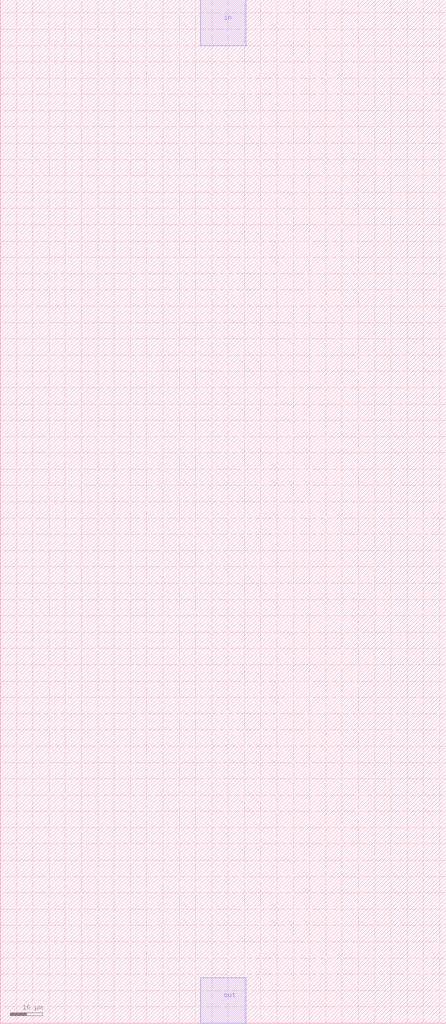
<source format=lef>
VERSION 5.7 ;
BUSBITCHARS "[]" ;
DIVIDERCHAR "/" ;

MACRO valve_20px_0
  CLASS CORE ;
  ORIGIN 0 0 ;
  FOREIGN valve_20px_0 0 0 ;
  SIZE 136 BY 80 ;
  SYMMETRY X Y ;
  SITE CoreSite ;
  PIN in_air
    DIRECTION INPUT ;
    USE SIGNAL ;
    PORT
      LAYER met3 ;
        RECT 10 16 18 24 ;
    END
  END in_air
  PIN out_air
    DIRECTION OUTPUT ;
    USE SIGNAL ;
    PORT
      LAYER met3 ;
        RECT 72 62 80 70 ;
    END
  END out_air
  PIN in_fluid
    DIRECTION INPUT ;
    USE SIGNAL ;
    PORT
      LAYER met1 ;
        RECT 65 17 71 23 ;
    END
  END in_fluid
  PIN out_fluid
    DIRECTION OUTPUT ;
    USE SIGNAL ;
    PORT
      LAYER met2 ;
        RECT 118 16 126 24 ;
    END
  END out_fluid
  PROPERTY CatenaDesignType "deviceLevel" ;
END valve_20px_0

MACRO pump_40px_0
  CLASS CORE ;
  ORIGIN 0 0 ;
  FOREIGN pump_40px_0 0 0 ;
  SIZE 80 BY 140 ;
  SYMMETRY X Y ;
  SITE CoreSite ;
  PIN in_air_valve1
    DIRECTION INPUT ;
    USE SIGNAL ;
    PORT
      LAYER met3 ;
        RECT 10 23 24 37 ;
    END
  END in_air_valve1
  PIN out_air_valve1
    DIRECTION OUTPUT ;
    USE SIGNAL ;
    PORT
      LAYER met3 ;
        RECT 56 23 70 37 ;
    END
  END out_air_valve1
  PIN in_air_dc
    DIRECTION INPUT ;
    USE SIGNAL ;
    PORT
      LAYER met3 ;
        RECT 10 63 24 77 ;
    END
  END in_air_dc
  PIN out_air_dc
    DIRECTION OUTPUT ;
    USE SIGNAL ;
    PORT
      LAYER met3 ;
        RECT 56 63 70 77 ;
    END
  END out_air_dc
  PIN in_air_valve2
    DIRECTION INPUT ;
    USE SIGNAL ;
    PORT
      LAYER met3 ;
        RECT 10 103 24 117 ;
    END
  END in_air_valve2
  PIN out_air_valve2
    DIRECTION OUTPUT ;
    USE SIGNAL ;
    PORT
      LAYER met3 ;
        RECT 56 103 70 117 ;
    END
  END out_air_valve2
  PIN in_fluid
    DIRECTION INPUT ;
    USE SIGNAL ;
    PORT
      LAYER met1 ;
        RECT 33 10 47 20 ;
    END
  END in_fluid
  PIN out_fluid
    DIRECTION OUTPUT ;
    USE SIGNAL ;
    PORT
      LAYER met1 ;
        RECT 33 120 47 130 ;
    END
  END out_fluid
  PROPERTY CatenaDesignType "deviceLevel" ;
END pump_40px_0

MACRO pinhole_300px_0
  CLASS PAD ;
  ORIGIN 0 0 ;
  FOREIGN pinhole_300px_0 0 0 ;
  SIZE 137 BY 314 ;
  SYMMETRY X Y R90 ;
  SITE PadSite ;
  PIN in
    DIRECTION INPUT ;
    USE SIGNAL ;
    PORT
      LAYER met2 ;
        RECT 61.5 300 75.5 314 ;
    END
  END in
  PIN out
    DIRECTION OUTPUT ;
    USE SIGNAL ;
    PORT
      LAYER met2 ;
        RECT 61.5 0 75.5 14 ;
    END
  END out
  PROPERTY CatenaDesignType "deviceLevel" ;
END pinhole_300px_0

MACRO serpentine_140px_0
  CLASS BLOCK BLACKBOX ;
  ORIGIN  0.000000  0.000000 ;
  FOREIGN serpentine_140px_0 0 0 ;
  SIZE 140 BY 140 ;
  SYMMETRY X Y ;
  SITE CoreSite ;
  PIN in_fluid
    DIRECTION INPUT ;
    USE SIGNAL ;
    PORT
      LAYER met3 ;
        RECT 0 0 14 14 ;
    END
  END in_fluid
  PIN out_fluid
    DIRECTION OUTPUT ;
    USE SIGNAL ;
    PORT
      LAYER met3 ;
        RECT 126 126 140 140 ;
    END
  END out_fluid
  PROPERTY CatenaDesignType "deviceLevel" ;
END serpentine_140px_0

MACRO serpentine_280px_0
  CLASS BLOCK BLACKBOX ;
  ORIGIN  0.000000  0.000000 ;
  FOREIGN serpentine_280px_0 0 0 ;
  SIZE 140 BY 140 ;
  SYMMETRY X Y ;
  SITE CoreSite ;
  PIN in_fluid
    DIRECTION INPUT ;
    USE SIGNAL ;
    PORT
      LAYER met3 ;
        RECT 0 0 14 14 ;
    END
  END in_fluid
  PIN out_fluid
    DIRECTION OUTPUT ;
    USE SIGNAL ;
    PORT
      LAYER met3 ;
        RECT 266 0 280 14 ;
    END
  END out_fluid
  PROPERTY CatenaDesignType "deviceLevel" ;
END serpentine_280px_0

END LIBRARY
</source>
